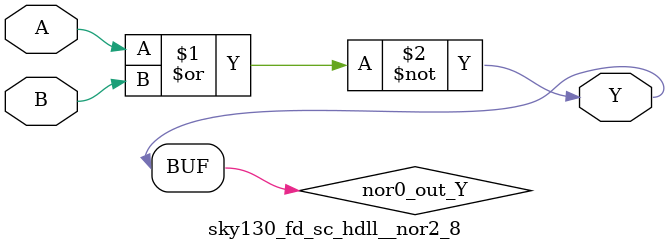
<source format=v>
/*
 * Copyright 2020 The SkyWater PDK Authors
 *
 * Licensed under the Apache License, Version 2.0 (the "License");
 * you may not use this file except in compliance with the License.
 * You may obtain a copy of the License at
 *
 *     https://www.apache.org/licenses/LICENSE-2.0
 *
 * Unless required by applicable law or agreed to in writing, software
 * distributed under the License is distributed on an "AS IS" BASIS,
 * WITHOUT WARRANTIES OR CONDITIONS OF ANY KIND, either express or implied.
 * See the License for the specific language governing permissions and
 * limitations under the License.
 *
 * SPDX-License-Identifier: Apache-2.0
*/


`ifndef SKY130_FD_SC_HDLL__NOR2_8_FUNCTIONAL_V
`define SKY130_FD_SC_HDLL__NOR2_8_FUNCTIONAL_V

/**
 * nor2: 2-input NOR.
 *
 * Verilog simulation functional model.
 */

`timescale 1ns / 1ps
`default_nettype none

`celldefine
module sky130_fd_sc_hdll__nor2_8 (
    Y,
    A,
    B
);

    // Module ports
    output Y;
    input  A;
    input  B;

    // Local signals
    wire nor0_out_Y;

    //  Name  Output      Other arguments
    nor nor0 (nor0_out_Y, A, B           );
    buf buf0 (Y         , nor0_out_Y     );

endmodule
`endcelldefine

`default_nettype wire
`endif  // SKY130_FD_SC_HDLL__NOR2_8_FUNCTIONAL_V

</source>
